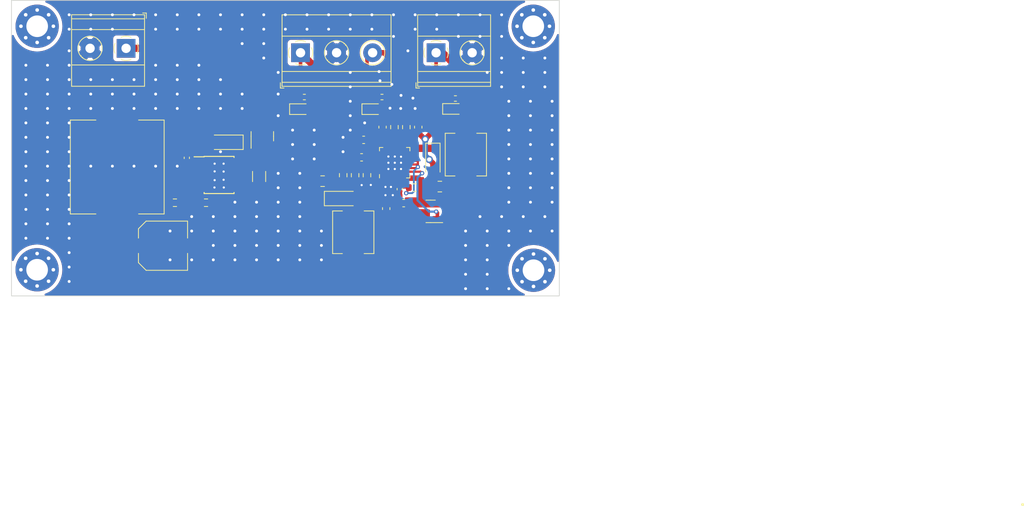
<source format=kicad_pcb>
(kicad_pcb (version 20221018) (generator pcbnew)
  (layers (0 "F.Cu" signal) (31 "B.Cu" signal) (34 "B.Paste" user) (35 "F.Paste" user) (36 "B.SilkS" user "B.Silkscreen") (37 "F.SilkS" user "F.Silkscreen") (38 "B.Mask" user) (39 "F.Mask" user) (44 "Edge.Cuts" user))
  (net 0 "")
  (net 1 "Net-(Q1-S)")
  (net 2 "GND")
  (net 3 "Net-(U1-BOOT)")
  (net 4 "/PH")
  (net 5 "+5V")
  (net 6 "Net-(U2-ENN)")
  (net 7 "+12V")
  (net 8 "FB_POS")
  (net 9 "Net-(U2-CP)")
  (net 10 "Net-(U2-CN)")
  (net 11 "-12V")
  (net 12 "Net-(U2-FBN)")
  (net 13 "Net-(U2-VREF)")
  (net 14 "Net-(D4-A)")
  (net 15 "Net-(D5-A)")
  (net 16 "Net-(D6-A)")
  (net 17 "VIN")
  (net 18 "Net-(Q2-G)")
  (net 19 "FB")
  (net 25 "/INP")
  (net 26 "/OUTN")
  (net 27 "/L2")
  (footprint "TerminalBlock_Phoenix:TerminalBlock_Phoenix_MKDS-1,5-3_1x03_P5.00mm_Horizontal" (layer "F.Cu") (at 76.1022 69.266)
    (fp_text reference "J2" hide)
    (fp_text value "Screw_Terminal_01x03")
  )
  (footprint "Resistor_SMD:R_0402_1005Metric" (layer "F.Cu") (at 76.6318 75.4126)
    (fp_text reference "R9" hide)
    (fp_text value "4.7k")
  )
  (footprint "Resistor_SMD:R_0603_1608Metric" (layer "F.Cu") (at 62.992 90.071)
    (fp_text reference "R2" hide)
    (fp_text value "3.3k")
  )
  (footprint "Inductor_SMD:L_Sunlord_SWRB1204S" (layer "F.Cu") (at 50.673 85.118 -90)
    (fp_text reference "L1" hide)
    (fp_text value "47uH")
  )
  (footprint "Inductor_SMD:L_Sunlord_MWSA0518S" (layer "F.Cu") (at 83.4169 94.1748 90)
    (fp_text reference "L2" hide)
    (fp_text value "10uH")
  )
  (footprint "LED_SMD:LED_0603_1608Metric" (layer "F.Cu") (at 86.106 77.089)
    (fp_text reference "D6" hide)
    (fp_text value "RED")
  )
  (footprint "Resistor_SMD:R_0603_1608Metric" (layer "F.Cu") (at 89.1319 79.5878 -90)
    (fp_text reference "R7" hide)
    (fp_text value "100k")
  )
  (footprint "Capacitor_SMD:C_0603_1608Metric" (layer "F.Cu") (at 87.4809 79.5878 90)
    (fp_text reference "C13" hide)
    (fp_text value "220n")
  )
  (footprint "Package_TO_SOT_SMD:SOT-23" (layer "F.Cu") (at 94.1509 91.2774 180)
    (fp_text reference "Q2" hide)
    (fp_text value "AO3401A")
  )
  (footprint "LED_SMD:LED_0603_1608Metric" (layer "F.Cu") (at 97.3074 77.0636)
    (fp_text reference "D4" hide)
    (fp_text value "YELLOW")
  )
  (footprint "Capacitor_SMD:C_1206_3216Metric" (layer "F.Cu") (at 70.358 86.437 -90)
    (fp_text reference "C1" hide)
    (fp_text value "10u")
  )
  (footprint "Diode_SMD:D_SOD-123" (layer "F.Cu") (at 94.4659 84.1756 -90)
    (fp_text reference "D3" hide)
    (fp_text value "1N5819WS")
  )
  (footprint "Capacitor_SMD:C_0402_1005Metric" (layer "F.Cu") (at 89.8652 88.1888 -90)
    (fp_text reference "C6" hide)
    (fp_text value "100n")
  )
  (footprint "Resistor_SMD:R_0603_1608Metric" (layer "F.Cu") (at 85.3219 86.2558 -90)
    (fp_text reference "R5" hide)
    (fp_text value "110k")
  )
  (footprint "Resistor_SMD:R_0603_1608Metric" (layer "F.Cu") (at 83.6709 86.2558 90)
    (fp_text reference "R4" hide)
    (fp_text value "1M")
  )
  (footprint "Capacitor_SMD:C_0603_1608Metric" (layer "F.Cu") (at 87.9889 90.8908 90)
    (fp_text reference "C4" hide)
    (fp_text value "4.7uF")
  )
  (footprint "Capacitor_SMD:C_0603_1608Metric" (layer "F.Cu") (at 90.4149 90.1288 180)
    (fp_text reference "C5" hide)
    (fp_text value "4.7uF")
  )
  (footprint "Resistor_SMD:R_0603_1608Metric" (layer "F.Cu") (at 82.0199 86.2548 90)
    (fp_text reference "C7" hide)
    (fp_text value "6.8p")
  )
  (footprint "TerminalBlock_Phoenix:TerminalBlock_Phoenix_MKDS-1,5-2_1x02_P5.00mm_Horizontal" (layer "F.Cu") (at 51.903 68.656 180)
    (fp_text reference "J1" hide)
    (fp_text value "Screw_Terminal_01x02")
  )
  (footprint "Diode_SMD:D_SOD-123" (layer "F.Cu") (at 65.786 81.689 180)
    (fp_text reference "D1" hide)
    (fp_text value "B5819W")
  )
  (footprint "Capacitor_SMD:C_0402_1005Metric" (layer "F.Cu") (at 60.325 83.848 90)
    (fp_text reference "C2" hide)
    (fp_text value "10n")
  )
  (footprint "TerminalBlock_Phoenix:TerminalBlock_Phoenix_MKDS-1,5-2_1x02_P5.00mm_Horizontal" (layer "F.Cu") (at 94.912219 69.266)
    (fp_text reference "J3" hide)
    (fp_text value "Screw_Terminal_01x02")
  )
  (footprint "MountingHole:MountingHole_3mm_Pad_Via" (layer "F.Cu") (at 39.56399 65.59201)
    (fp_text reference "H1" hide)
    (fp_text value "MountingHole")
  )
  (footprint "Capacitor_SMD:C_0603_1608Metric" (layer "F.Cu") (at 92.4339 79.5878 -90)
    (fp_text reference "C12" hide)
    (fp_text value "8.2pF")
  )
  (footprint "Capacitor_SMD:C_0603_1608Metric" (layer "F.Cu") (at 84.5729 83.7788 180)
    (fp_text reference "C9" hide)
    (fp_text value "10n")
  )
  (footprint "Package_TO_SOT_SMD:SOT-23" (layer "F.Cu") (at 70.805 80.8505 90)
    (fp_text reference "Q1" hide)
    (fp_text value "AO3401A")
  )
  (footprint "LED_SMD:LED_0603_1608Metric" (layer "F.Cu") (at 76.073 77.089)
    (fp_text reference "D5" hide)
    (fp_text value "GREEN")
  )
  (footprint "Resistor_SMD:R_0402_1005Metric" (layer "F.Cu") (at 87.4014 75.4126 180)
    (fp_text reference "R10" hide)
    (fp_text value "5.1k")
  )
  (footprint "Package_DFN_QFN:QFN-24-1EP_4x4mm_P0.5mm_EP2.6x2.6mm" (layer "F.Cu") (at 89.1644 84.5208 90)
    (fp_text reference "U2" hide)
    (fp_text value "TPS65131RGER")
  )
  (footprint "Resistor_SMD:R_0603_1608Metric" (layer "F.Cu") (at 58.674 90.071)
    (fp_text reference "R1" hide)
    (fp_text value "10k")
  )
  (footprint "Package_SO:TI_SO-PowerPAD-8_ThermalVias" (layer "F.Cu") (at 64.805 86.226)
    (fp_text reference "U1" hide)
    (fp_text value "TPS5430DDA")
  )
  (footprint "Diode_SMD:D_SOD-123" (layer "F.Cu") (at 81.7649 89.4938)
    (fp_text reference "D2" hide)
    (fp_text value "1N5819WS")
  )
  (footprint "Inductor_SMD:L_Sunlord_MWSA0518S" (layer "F.Cu") (at 99.0379 83.3978 -90)
    (fp_text reference "L3" hide)
    (fp_text value "10uH")
  )
  (footprint "MountingHole:MountingHole_3mm_Pad_Via" (layer "F.Cu") (at 39.55701 99.37401)
    (fp_text reference "H4" hide)
    (fp_text value "MountingHole")
  )
  (footprint "Resistor_SMD:R_0603_1608Metric" (layer "F.Cu") (at 90.7829 79.5878 -90)
    (fp_text reference "R6" hide)
    (fp_text value "1M")
  )
  (footprint "Resistor_SMD:R_0402_1005Metric" (layer "F.Cu") (at 97.5868 75.6158)
    (fp_text reference "R8" hide)
    (fp_text value "1.5k")
  )
  (footprint "Capacitor_SMD:C_0603_1608Metric" (layer "F.Cu") (at 84.8614 81.3562 180)
    (fp_text reference "C10" hide)
    (fp_text value "4.7nF")
  )
  (footprint "Capacitor_SMD:C_0805_2012Metric" (layer "F.Cu") (at 95.4278 87.8332)
    (fp_text reference "C11" hide)
    (fp_text value "22uF")
  )
  (footprint "Capacitor_SMD:C_Elec_6.3x7.7" (layer "F.Cu") (at 57.023 96.04)
    (fp_text reference "C3" hide)
    (fp_text value "220u")
  )
  (footprint "MountingHole:MountingHole_3mm_Pad_Via" (layer "F.Cu") (at 108.39101 65.59201)
    (fp_text reference "H2" hide)
    (fp_text value "MountingHole")
  )
  (footprint "MountingHole:MountingHole_3mm_Pad_Via" (layer "F.Cu") (at 108.422 99.441)
    (fp_text reference "H3" hide)
    (fp_text value "MountingHole")
  )
  (footprint "Resistor_SMD:R_0603_1608Metric" (layer "F.Cu") (at 91.948 87.9698 180)
    (fp_text reference "R3" hide)
    (fp_text value "100")
  )
  (footprint "Capacitor_SMD:C_0805_2012Metric" (layer "F.Cu") (at 79.1649 87.0808 180)
    (fp_text reference "C8" hide)
    (fp_text value "22uF")
  )
  (gr_circle (center 176.276 131.953) (end 176.403 131.953) (stroke (width 0.15)) (fill solid) (layer "F.SilkS"))
  (gr_rect (start 36 62) (end 112 103) (stroke (width 0.1)) (fill none) (layer "Edge.Cuts"))
  (segment (start 68.46 85.591) (end 69.089 84.962) (width 0.5) (layer "F.Cu") (net 1))
  (segment (start 71.755 84.328) (end 71.121 84.962) (width 0.75) (layer "F.Cu") (net 1))
  (segment (start 67.505 85.591) (end 68.46 85.591) (width 0.5) (layer "F.Cu") (net 1))
  (segment (start 69.089 84.962) (end 70.358 84.962) (width 0.5) (layer "F.Cu") (net 1))
  (segment (start 71.121 84.962) (end 70.358 84.962) (width 0.75) (layer "F.Cu") (net 1))
  (segment (start 71.755 81.788) (end 71.755 84.328) (width 0.75) (layer "F.Cu") (net 1))
  (segment (start 85.1312 87.0808) (end 84.582 87.63) (width 0.5) (layer "F.Cu") (net 2))
  (segment (start 69.208 86.861) (end 70.259 87.912) (width 0.5) (layer "F.Cu") (net 2))
  (segment (start 85.3219 87.0808) (end 85.1312 87.0808) (width 0.5) (layer "F.Cu") (net 2))
  (segment (start 67.505 86.861) (end 69.208 86.861) (width 0.5) (layer "F.Cu") (net 2))
  (segment (start 85.852 87.6109) (end 85.3219 87.0808) (width 0.5) (layer "F.Cu") (net 2))
  (segment (start 87.2269 83.2708) (end 87.2269 82.6549) (width 0.3) (layer "F.Cu") (net 2))
  (segment (start 67.505 86.861) (end 65.44 86.861) (width 0.75) (layer "F.Cu") (net 2))
  (segment (start 70.259 87.912) (end 70.358 87.912) (width 0.5) (layer "F.Cu") (net 2))
  (segment (start 65.4304 86.8934) (end 64.9224 87.1474) (width 0.5) (layer "F.Cu") (net 2))
  (segment (start 65.44 86.861) (end 64.805 86.226) (width 0.75) (layer "F.Cu") (net 2))
  (segment (start 87.2269 82.6549) (end 86.995 82.423) (width 0.3) (layer "F.Cu") (net 2))
  (segment (start 65.47 86.861) (end 65.4304 86.8934) (width 0.5) (layer "F.Cu") (net 2))
  (segment (start 64.9224 87.1474) (end 65.405 86.926) (width 0.5) (layer "F.Cu") (net 2))
  (segment (start 65.8114 87.2236) (end 65.47 86.861) (width 0.5) (layer "F.Cu") (net 2))
  (via (at 101 64) (size 0.8) (drill 0.4) (layers "F.Cu" "B.Cu") (net 2))
  (via (at 76 96) (size 0.8) (drill 0.4) (layers "F.Cu" "B.Cu") (net 2))
  (via (at 78 82) (size 0.8) (drill 0.4) (layers "F.Cu" "B.Cu") (net 2))
  (via (at 83 74) (size 0.8) (drill 0.4) (layers "F.Cu" "B.Cu") (net 2))
  (via (at 89.1794 84.5312) (size 0.6) (drill 0.3) (layers "F.Cu" "B.Cu") (net 2))
  (via (at 91 69) (size 0.8) (drill 0.4) (layers "F.Cu" "B.Cu") (net 2))
  (via (at 44 101) (size 0.8) (drill 0.4) (layers "F.Cu" "B.Cu") (net 2))
  (via (at 76 88) (size 0.8) (drill 0.4) (layers "F.Cu" "B.Cu") (net 2))
  (via (at 73 88) (size 0.8) (drill 0.4) (layers "F.Cu" "B.Cu") (net 2))
  (via (at 59 85) (size 0.8) (drill 0.4) (layers "F.Cu" "B.Cu") (net 2))
  (via (at 65 66) (size 0.8) (drill 0.4) (layers "F.Cu" "B.Cu") (net 2))
  (via (at 53 64) (size 0.8) (drill 0.4) (layers "F.Cu" "B.Cu") (net 2))
  (via (at 102 100) (size 0.8) (drill 0.4) (layers "F.Cu" "B.Cu") (net 2))
  (via (at 38 85) (size 0.8) (drill 0.4) (layers "F.Cu" "B.Cu") (net 2))
  (via (at 90 77) (size 0.8) (drill 0.4) (layers "F.Cu" "B.Cu") (net 2))
  (via (at 47 73) (size 0.8) (drill 0.4) (layers "F.Cu" "B.Cu") (net 2))
  (via (at 71 68) (size 0.8) (drill 0.4) (layers "F.Cu" "B.Cu") (net 2))
  (via (at 53 73) (size 0.8) (drill 0.4) (layers "F.Cu" "B.Cu") (net 2))
  (via (at 44 81) (size 0.8) (drill 0.4) (layers "F.Cu" "B.Cu") (net 2))
  (via (at 90.043 83.693) (size 0.6) (drill 0.3) (layers "F.Cu" "B.Cu") (net 2))
  (via (at 73 72) (size 0.8) (drill 0.4) (layers "F.Cu" "B.Cu") (net 2))
  (via (at 101 67) (size 0.8) (drill 0.4) (layers "F.Cu" "B.Cu") (net 2))
  (via (at 79 94) (size 0.8) (drill 0.4) (layers "F.Cu" "B.Cu") (net 2))
  (via (at 104 67) (size 0.8) (drill 0.4) (layers "F.Cu" "B.Cu") (net 2))
  (via (at 77 64) (size 0.8) (drill 0.4) (layers "F.Cu" "B.Cu") (net 2))
  (via (at 111 88) (size 0.8) (drill 0.4) (layers "F.Cu" "B.Cu") (net 2))
  (via (at 111 80) (size 0.8) (drill 0.4) (layers "F.Cu" "B.Cu") (net 2))
  (via (at 65 75) (size 0.8) (drill 0.4) (layers "F.Cu" "B.Cu") (net 2))
  (via (at 44 73) (size 0.8) (drill 0.4) (layers "F.Cu" "B.Cu") (net 2))
  (via (at 71 64) (size 0.8) (drill 0.4) (layers "F.Cu" "B.Cu") (net 2))
  (via (at 56 75) (size 0.8) (drill 0.4) (layers "F.Cu" "B.Cu") (net 2))
  (via (at 70 96) (size 0.8) (drill 0.4) (layers "F.Cu" "B.Cu") (net 2))
  (via (at 107 70) (size 0.8) (drill 0.4) (layers "F.Cu" "B.Cu") (net 2))
  (via (at 90.043 84.5312) (size 0.6) (drill 0.3) (layers "F.Cu" "B.Cu") (net 2))
  (via (at 41 83) (size 0.8) (drill 0.4) (layers "F.Cu" "B.Cu") (net 2))
  (via (at 73 90) (size 0.8) (drill 0.4) (layers "F.Cu" "B.Cu") (net 2))
  (via (at 67 96) (size 0.8) (drill 0.4) (layers "F.Cu" "B.Cu") (net 2))
  (via (at 95 64) (size 0.8) (drill 0.4) (layers "F.Cu" "B.Cu") (net 2))
  (via (at 76 90) (size 0.8) (drill 0.4) (layers "F.Cu" "B.Cu") (net 2))
  (via (at 70 98) (size 0.8) (drill 0.4) (layers "F.Cu" "B.Cu") (net 2))
  (via (at 111 76) (size 0.8) (drill 0.4) (layers "F.Cu" "B.Cu") (net 2))
  (via (at 79 98) (size 0.8) (drill 0.4) (layers "F.Cu" "B.Cu") (net 2))
  (via (at 41 73) (size 0.8) (drill 0.4) (layers "F.Cu" "B.Cu") (net 2))
  (via (at 44 91) (size 0.8) (drill 0.4) (layers "F.Cu" "B.Cu") (net 2))
  (via (at 47 64) (size 0.8) (drill 0.4) (layers "F.Cu" "B.Cu") (net 2))
  (via (at 108 84) (size 0.8) (drill 0.4) (layers "F.Cu" "B.Cu") (net 2))
  (via (at 41 75) (size 0.8) (drill 0.4) (layers "F.Cu" "B.Cu") (net 2))
  (via (at 104 74) (size 0.8) (drill 0.4) (layers "F.Cu" "B.Cu") (net 2))
  (via (at 102 96) (size 0.8) (drill 0.4) (layers "F.Cu" "B.Cu") (net 2))
  (via (at 62 77) (size 0.8) (drill 0.4) (layers "F.Cu" "B.Cu") (net 2))
  (via (at 41 81) (size 0.8) (drill 0.4) (layers "F.Cu" "B.Cu") (net 2))
  (via (at 108 76) (size 0.8) (drill 0.4) (layers "F.Cu" "B.Cu") (net 2))
  (via (at 102 72) (size 0.8) (drill 0.4) (layers "F.Cu" "B.Cu") (net 2))
  (via (at 59 66) (size 0.8) (drill 0.4) (layers "F.Cu" "B.Cu") (net 2))
  (via (at 64 94) (size 0.8) (drill 0.4) (layers "F.Cu" "B.Cu") (net 2))
  (via (at 44 87) (size 0.8) (drill 0.4) (layers "F.Cu" "B.Cu") (net 2))
  (via (at 44 89) (size 0.8) (drill 0.4) (layers "F.Cu" "B.Cu") (net 2))
  (via (at 90.043 85.3948) (size 0.6) (drill 0.3) (layers "F.Cu" "B.Cu") (net 2))
  (via (at 65 83) (size 0.8) (drill 0.4) (layers "F.Cu" "B.Cu") (net 2))
  (via (at 59 73) (size 0.8) (drill 0.4) (layers "F.Cu" "B.Cu") (net 2))
  (via (at 88.2904 85.3948) (size 0.6) (drill 0.3) (layers "F.Cu" "B.Cu") (net 2))
  (via (at 62 75) (size 0.8) (drill 0.4) (layers "F.Cu" "B.Cu") (net 2))
  (via (at 89 67) (size 0.8) (drill 0.4) (layers "F.Cu" "B.Cu") (net 2))
  (via (at 68 66) (size 0.8) (drill 0.4) (layers "F.Cu" "B.Cu") (net 2))
  (via (at 86 66) (size 0.8) (drill 0.4) (layers "F.Cu" "B.Cu") (net 2))
  (via (at 50 64) (size 0.8) (drill 0.4) (layers "F.Cu" "B.Cu") (net 2))
  (via (at 38 89) (size 0.8) (drill 0.4) (layers "F.Cu" "B.Cu") (net 2))
  (via (at 71 66) (size 0.8) (drill 0.4) (layers "F.Cu" "B.Cu") (net 2))
  (via (at 38 75) (size 0.8) (drill 0.4) (layers "F.Cu" "B.Cu") (net 2))
  (via (at 59 75) (size 0.8) (drill 0.4) (layers "F.Cu" "B.Cu") (net 2))
  (via (at 61 98) (size 0.8) (drill 0.4) (layers "F.Cu" "B.Cu") (net 2))
  (via (at 41 87) (size 0.8) (drill 0.4) (layers "F.Cu" "B.Cu") (net 2))
  (via (at 64 92) (size 0.8) (drill 0.4) (layers "F.Cu" "B.Cu") (net 2))
  (via (at 99 94) (size 0.8) (drill 0.4) (layers "F.Cu" "B.Cu") (net 2))
  (via (at 56 77) (size 0.8) (drill 0.4) (layers "F.Cu" "B.Cu") (net 2))
  (via (at 73 94) (size 0.8) (drill 0.4) (layers "F.Cu" "B.Cu") (net 2))
  (via (at 44 77) (size 0.8) (drill 0.4) (layers "F.Cu" "B.Cu") (net 2))
  (via (at 65.4558 87.9602) (size 0.6) (drill 0.3) (layers "F.Cu" "B.Cu") (net 2))
  (via (at 75 84) (size 0.8) (drill 0.4) (layers "F.Cu" "B.Cu") (net 2))
  (via (at 88.2904 84.5312) (size 0.6) (drill 0.3) (layers "F.Cu" "B.Cu") (net 2))
  (via (at 88.9 89.027) (size 0.6) (drill 0.3) (layers "F.Cu" "B.Cu") (net 2))
  (via (at 88.519 76.962) (size 0.8) (drill 0.4) (layers "F.Cu" "B.Cu") (net 2))
  (via (at 41 79) (size 0.8) (drill 0.4) (layers "F.Cu" "B.Cu") (net 2))
  (via (at 78 84) (size 0.8) (drill 0.4) (layers "F.Cu" "B.Cu") (net 2))
  (via (at 41 71) (size 0.8) (drill 0.4) (layers "F.Cu" "B.Cu") (net 2))
  (via (at 105 80) (size 0.8) (drill 0.4) (layers "F.Cu" "B.Cu") (net 2))
  (via (at 104 70) (size 0.8) (drill 0.4) (layers "F.Cu" "B.Cu") (net 2))
  (via (at 82 83) (size 0.8) (drill 0.4) (layers "F.Cu" "B.Cu") (net 2))
  (via (at 92 66) (size 0.8) (drill 0.4) (layers "F.Cu" "B.Cu") (net 2))
  (via (at 50 85) (size 0.8) (drill 0.4) (layers "F.Cu" "B.Cu") (net 2))
  (via (at 38 93) (size 0.8) (drill 0.4) (layers "F.Cu" "B.Cu") (net 2))
  (via (at 92 64) (size 0.8) (drill 0.4) (layers "F.Cu" "B.Cu") (net 2))
  (via (at 41 85) (size 0.8) (drill 0.4) (layers "F.Cu" "B.Cu") (net 2))
  (via (at 83 78) (size 0.8) (drill 0.4) (layers "F.Cu" "B.Cu") (net 2))
  (via (at 88.773 73.66) (size 0.8) (drill 0.4) (layers "F.Cu" "B.Cu") (net 2))
  (via (at 80 66) (size 0.8) (drill 0.4) (layers "F.Cu" "B.Cu") (net 2))
  (via (at 85 79) (size 0.8) (drill 0.4) (layers "F.Cu" "B.Cu") (net 2))
  (via (at 101 92) (size 0.8) (drill 0.4) (layers "F.Cu" "B.Cu") (net 2))
  (via (at 104 92) (size 0.8) (drill 0.4) (layers "F.Cu" "B.Cu") (net 2))
  (via (at 44 83) (size 0.8) (drill 0.4) (layers "F.Cu" "B.Cu") (net 2))
  (via (at 59 71) (size 0.8) (drill 0.4) (layers "F.Cu" "B.Cu") (net 2))
  (via (at 58 94) (size 0.8) (drill 0.4) (layers "F.Cu" "B.Cu") (net 2))
  (via (at 105 88) (size 0.8) (drill 0.4) (layers "F.Cu" "B.Cu") (net 2))
  (via (at 64 96) (size 0.8) (drill 0.4) (layers "F.Cu" "B.Cu") (net 2))
  (via (at 111 84) (size 0.8) (drill 0.4) (layers "F.Cu" "B.Cu") (net 2))
  (via (at 98 64) (size 0.8) (drill 0.4) (layers "F.Cu" "B.Cu") (net 2))
  (via (at 73 86) (size 0.8) (drill 0.4) (layers "F.Cu" "B.Cu") (net 2))
  (via (at 65 64) (size 0.8) (drill 0.4) (layers "F.Cu" "B.Cu") (net 2))
  (via (at 83 76) (size 0.8) (drill 0.4) (layers "F.Cu" "B.Cu") (net 2))
  (via (at 76 92) (size 0.8) (drill 0.4) (layers "F.Cu" "B.Cu") (net 2))
  (via (at 110 92) (size 0.8) (drill 0.4) (layers "F.Cu" "B.Cu") (net 2))
  (via (at 44 75) (size 0.8) (drill 0.4) (layers "F.Cu" "B.Cu") (net 2))
  (via (at 110 74) (size 0.8) (drill 0.4) (layers "F.Cu" "B.Cu") (net 2))
  (via (at 62 73) (size 0.8) (drill 0.4) (layers "F.Cu" "B.Cu") (net 2))
  (via (at 78 80) (size 0.8) (drill 0.4) (layers "F.Cu" "B.Cu") (net 2))
  (via (at 111 94) (size 0.8) (drill 0.4) (layers "F.Cu" "B.Cu") (net 2))
  (via (at 86.995 71.882) (size 0.8) (drill 0.4) (layers "F.Cu" "B.Cu") (net 2))
  (via (at 74 66) (size 0.8) (drill 0.4) (layers "F.Cu" "B.Cu") (net 2))
  (via (at 105 96) (size 0.8) (drill 0.4) (layers "F.Cu" "B.Cu") (net 2))
  (via (at 105 90) (size 0.8) (drill 0.4) (layers "F.Cu" "B.Cu") (net 2))
  (via (at 105 86) (size 0.8) (drill 0.4) (layers "F.Cu" "B.Cu") (net 2))
  (via (at 111 86) (size 0.8) (drill 0.4) (layers "F.Cu" "B.Cu") (net 2))
  (via (at 105 94) (size 0.8) (drill 0.4) (layers "F.Cu" "B.Cu") (net 2))
  (via (at 108 94) (size 0.8) (drill 0.4) (layers "F.Cu" "B.Cu") (net 2))
  (via (at 38 95) (size 0.8) (drill 0.4) (layers "F.Cu" "B.Cu") (net 2))
  (via (at 56 73) (size 0.8) (drill 0.4) (layers "F.Cu" "B.Cu") (net 2))
  (via (at 61 92) (size 0.8) (drill 0.4) (layers "F.Cu" "B.Cu") (net 2))
  (via (at 65.4304 84.6582) (size 0.6) (drill 0.3) (layers "F.Cu" "B.Cu") (net 2))
  (via (at 65 77) (size 0.8) (drill 0.4) (layers "F.Cu" "B.Cu") (net 2))
  (via (at 56 71) (size 0.8) (drill 0.4) (layers "F.Cu" "B.Cu") (net 2))
  (via (at 105 82) (size 0.8) (drill 0.4) (layers "F.Cu" "B.Cu") (net 2))
  (via (at 61 94) (size 0.8) (drill 0.4) (layers "F.Cu" "B.Cu") (net 2))
  (via (at 70 94) (size 0.8) (drill 0.4) (layers "F.Cu" "B.Cu") (net 2))
  (via (at 107 74) (size 0.8) (drill 0.4) (layers "F.Cu" "B.Cu") (net 2))
  (via (at 75 80) (size 0.8) (drill 0.4) (layers "F.Cu" "B.Cu") (net 2))
  (via (at 62 66) (size 0.8) (drill 0.4) (layers "F.Cu" "B.Cu") (net 2))
  (via (at 44 95) (size 0.8) (drill 0.4) (layers "F.Cu" "B.Cu") (net 2))
  (via (at 110 70) (size 0.8) (drill 0.4) (layers "F.Cu" "B.Cu") (net 2))
  (via (at 41 91) (size 0.8) (drill 0.4) (layers "F.Cu" "B.Cu") (net 2))
  (via (at 44 79) (size 0.8) (drill 0.4) (layers "F.Cu" "B.Cu") (net 2))
  (via (at 44 85) (size 0.8) (drill 0.4) (layers "F.Cu" "B.Cu") (net 2))
  (via (at 76 98) (size 0.8) (drill 0.4) (layers "F.Cu" "B.Cu") (net 2))
  (via (at 64.1858 85.725) (size 0.6) (drill 0.3) (layers "F.Cu" "B.Cu") (net 2))
  (via (at 102 94) (size 0.8) (drill 0.4) (layers "F.Cu" "B.Cu") (net 2))
  (via (at 41 93) (size 0.8) (drill 0.4) (layers "F.Cu" "B.Cu") (net 2))
  (via (at 82 81) (size 0.8) (drill 0.4) (layers "F.Cu" "B.Cu") (net 2))
  (via (at 73 98) (size 0.8) (drill 0.4) (layers "F.Cu" "B.Cu") (net 2))
  (via (at 68 75) (size 0.8) (drill 0.4) (layers "F.Cu" "B.Cu") (net 2))
  (via (at 38 71) (size 0.8) (drill 0.4) (layers "F.Cu" "B.Cu") (net 2))
  (via (at 99 100) (size 0.8) (drill 0.4) (layers "F.Cu" "B.Cu") (net 2))
  (via (at 92 77) (size 0.8) (drill 0.4) (layers "F.Cu" "B.Cu") (net 2))
  (via (at 85.852 87.6109) (size 0.6) (drill 0.3) (layers "F.Cu" "B.Cu") (net 2))
  (via (at 77 66) (size 0.8) (drill 0.4) (layers "F.Cu" "B.Cu") (net 2))
  (via (at 99 102) (size 0.8) (drill 0.4) (layers "F.Cu" "B.Cu") (net 2))
  (via (at 65.4304 86.8934) (size 0.6) (drill 0.3) (layers "F.Cu" "B.Cu") (net 2))
  (via (at 44 71) (size 0.8) (drill 0.4) (layers "F.Cu" "B.Cu") (net 2))
  (via (at 83 72) (size 0.8) (drill 0.4) (layers "F.Cu" "B.Cu") (net 2))
  (via (at 111 82) (size 0.8) (drill 0.4) (layers "F.Cu" "B.Cu") (net 2))
  (via (at 88.2904 83.6676) (size 0.6) (drill 0.3) (layers "F.Cu" "B.Cu") (net 2))
  (via (at 67 94) (size 0.8) (drill 0.4) (layers "F.Cu" "B.Cu") (net 2))
  (via (at 38 87) (size 0.8) (drill 0.4) (layers "F.Cu" "B.Cu") (net 2))
  (via (at 76 86) (size 0.8) (drill 0.4) (layers "F.Cu" "B.Cu") (net 2))
  (via (at 53 85) (size 0.8) (drill 0.4) (layers "F.Cu" "B.Cu") (net 2))
  (via (at 47 66) (size 0.8) (drill 0.4) (layers "F.Cu" "B.Cu") (net 2))
  (via (at 91.694 75.565) (size 0.8) (drill 0.4) (layers "F.Cu" "B.Cu") (net 2))
  (via (at 83 64) (size 0.8) (drill 0.4) (layers "F.Cu" "B.Cu") (net 2))
  (via (at 56 66) (size 0.8) (drill 0.4) (layers "F.Cu" "B.Cu") (net 2))
  (via (at 87.884 89.027) (size 0.6) (drill 0.3) (layers "F.Cu" "B.Cu") (net 2))
  (via (at 99 98) (size 0.8) (drill 0.4) (layers "F.Cu" "B.Cu") (net 2))
  (via (at 56 85) (size 0.8) (drill 0.4) (layers "F.Cu" "B.Cu") (net 2))
  (via (at 73 92) (size 0.8) (drill 0.4) (layers "F.Cu" "B.Cu") (net 2))
  (via (at 65 73) (size 0.8) (drill 0.4) (layers "F.Cu" "B.Cu") (net 2))
  (via (at 89.1794 83.6676) (size 0.6) (drill 0.3) (layers "F.Cu" "B.Cu") (net 2))
  (via (at 47 75) (size 0.8) (drill 0.4) (layers "F.Cu" "B.Cu") (net 2))
  (via (at 44 93) (size 0.8) (drill 0.4) (layers "F.Cu" "B.Cu") (net 2))
  (via (at 38 91) (size 0.8) (drill 0.4) (layers "F.Cu" "B.Cu") (net 2))
  (via (at 70 90) (size 0.8) (drill 0.4) (layers "F.Cu" "B.Cu") (net 2))
  (via (at 87.122 73.152) (size 0.8) (drill 0.4) (layers "F.Cu" "B.Cu") (net 2))
  (via (at 67 92) (size 0.8) (drill 0.4) (layers "F.Cu" "B.Cu") (net 2))
  (via (at 111 90) (size 0.8) (drill 0.4) (layers "F.Cu" "B.Cu") (net 2))
  (via (at 68 68) (size 0.8) (drill 0.4) (layers "F.Cu" "B.Cu") (net 2))
  (via (at 102 102) (size 0.8) (drill 0.4) (layers "F.Cu" "B.Cu") (net 2))
  (via (at 64.1604 87.9602) (size 0.6) (drill 0.3) (layers "F.Cu" "B.Cu") (net 2))
  (via (at 71 70) (size 0.8) (drill 0.4) (layers "F.Cu" "B.Cu") (net 2))
  (via (at 44 64) (size 0.8) (drill 0.4) (layers "F.Cu" "B.Cu") (net 2))
  (via (at 59 77) (size 0.8) (drill 0.4) (layers "F.Cu" "B.Cu") (net 2))
  (via (at 98 67) (size 0.8) (drill 0.4) (layers "F.Cu" "B.Cu") (net 2))
  (via (at 107 92) (size 0.8) (drill 0.4) (layers "F.Cu" "B.Cu") (net 2))
  (via (at 99 96) (size 0.8) (drill 0.4) (layers "F.Cu" "B.Cu") (net 2))
  (via (at 95 66) (size 0.8) (drill 0.4) (layers "F.Cu" "B.Cu") (net 2))
  (via (at 47 77) (size 0.8) (drill 0.4) (layers "F.Cu" "B.Cu") (net 2))
  (via (at 67 98) (size 0.8) (drill 0.4) (layers "F.Cu" "B.Cu") (net 2))
  (via (at 67 90) (size 0.8) (drill 0.4) (layers "F.Cu" "B.Cu") (net 2))
  (via (at 84.582 87.63) (size 0.6) (drill 0.3) (layers "F.Cu" "B.Cu") (net 2))
  (via (at 76 94) (size 0.8) (drill 0.4) (layers "F.Cu" "B.Cu") (net 2))
  (via (at 53 75) (size 0.8) (drill 0.4) (layers "F.Cu" "B.Cu") (net 2))
  (via (at 83 66) (size 0.8) (drill 0.4) (layers "F.Cu" "B.Cu") (net 2))
  (via (at 50 73) (size 0.8) (drill 0.4) (layers "F.Cu" "B.Cu") (net 2))
  (via (at 108 82) (size 0.8) (drill 0.4) (layers "F.Cu" "B.Cu") (net 2))
  (via (at 38 83) (size 0.8) (drill 0.4) (layers "F.Cu" "B.Cu") (net 2))
  (via (at 50 77) (size 0.8) (drill 0.4) (layers "F.Cu" "B.Cu") (net 2))
  (via (at 107 72) (size 0.8) (drill 0.4) (layers "F.Cu" "B.Cu") (net 2))
  (via (at 73 75) (size 0.8) (drill 0.4) (layers "F.Cu" "B.Cu") (net 2))
  (via (at 44 66) (size 0.8) (drill 0.4) (layers "F.Cu" "B.Cu") (net 2))
  (via (at 75 82) (size 0.8) (drill 0.4) (layers "F.Cu" "B.Cu") (net 2))
  (via (at 90.043 75.184) (size 0.8) (drill 0.4) (layers "F.Cu" "B.Cu") (net 2))
  (via (at 38 79) (size 0.8) (drill 0.4) (layers "F.Cu" "B.Cu") (net 2))
  (via (at 64.1858 84.6582) (size 0.6) (drill 0.3) (layers "F.Cu" "B.Cu") (net 2))
  (via (at 105 78) (size 0.8) (drill 0.4) (layers "F.Cu" "B.Cu") (net 2))
  (via (at 41 89) (size 0.8) (drill 0.4) (layers "F.Cu" "B.Cu") (net 2))
  (via (at 105 102) (size 0.8) (drill 0.4) (layers "F.Cu" "B.Cu") (net 2))
  (via (at 38 77) (size 0.8) (drill 0.4) (layers "F.Cu" "B.Cu") (net 2))
  (via (at 68 77) (size 0.8) (drill 0.4) (layers "F.Cu" "B.Cu") (net 2))
  (via (at 58 98) (size 0.8) (drill 0.4) (layers "F.Cu" "B.Cu") (net 2))
  (via (at 38 81) (size 0.8) (drill 0.4) (layers "F.Cu" "B.Cu") (net 2))
  (via (at 105 84) (size 0.8) (drill 0.4) (layers "F.Cu" "B.Cu") (net 2))
  (via (at 108 78) (size 0.8) (drill 0.4) (layers "F.Cu" "B.Cu") (net 2))
  (via (at 44 97) (size 0.8) (drill 0.4) (layers "F.Cu" "B.Cu") (net 2))
  (via (at 89.1794 85.3948) (size 0.6) (drill 0.3) (layers "F.Cu" "B.Cu") (net 2))
  (via (at 59 64) (size 0.8) (drill 0.4) (layers "F.Cu" "B.Cu") (net 2))
  (via (at 73 96) (size 0.8) (drill 0.4) (layers "F.Cu" "B.Cu") (net 2))
  (via (at 88.646 87.884) (size 0.6) (drill 0.3) (layers "F.Cu" "B.Cu") (net 2))
  (via (at 70 92) (size 0.8) (drill 0.4) (layers "F.Cu" "B.Cu") (net 2))
  (via (at 62 64) (size 0.8) (drill 0.4) (layers "F.Cu" "B.Cu") (net 2))
  (via (at 83 80) (size 0.8) (drill 0.4) (layers "F.Cu" "B.Cu") (net 2))
  (via (at 38 73) (size 0.8) (drill 0.4) (layers "F.Cu" "B.Cu") (net 2))
  (via (at 105 76) (size 0.8) (drill 0.4) (layers "F.Cu" "B.Cu") (net 2))
  (via (at 41 77) (size 0.8) (drill 0.4) (layers "F.Cu" "B.Cu") (net 2))
  (via (at 108 88) (size 0.8) (drill 0.4) (layers "F.Cu" "B.Cu") (net 2))
  (via (at 68 64) (size 0.8) (drill 0.4) (layers "F.Cu" "B.Cu") (net 2))
  (via (at 41 95) (size 0.8) (drill 0.4) (layers "F.Cu" "B.Cu") (net 2))
  (via (at 73 78) (size 0.8) (drill 0.4) (layers "F.Cu" "B.Cu") (net 2))
  (via (at 111 78) (size 0.8) (drill 0.4) (layers "F.Cu" "B.Cu") (net 2))
  (via (at 64.1858 86.9442) (size 0.6) (drill 0.3) (layers "F.Cu" "B.Cu") (net 2))
  (via (at 104 64) (size 0.8) (drill 0.4) (layers "F.Cu" "B.Cu") (net 2))
  (via (at 89 64) (size 0.8) (drill 0.4) (layers "F.Cu" "B.Cu") (net 2))
  (via (at 74 64) (size 0.8) (drill 0.4) (layers "F.Cu" "B.Cu") (net 2))
  (via (at 47 85) (size 0.8) (drill 0.4) (layers "F.Cu" "B.Cu") (net 2))
  (via (at 62 71) (size 0.8) (drill 0.4) (layers "F.Cu" "B.Cu") (net 2))
  (via (at 79 96) (size 0.8) (drill 0.4) (layers "F.Cu" "B.Cu") (net 2))
  (via (at 65.4304 85.7504) (size 0.6) (drill 0.3) (layers "F.Cu" "B.Cu") (net 2))
  (via (at 64 98) (size 0.8) (drill 0.4) (layers "F.Cu" "B.Cu") (net 2))
  (via (at 108 80) (size 0.8) (drill 0.4) (layers "F.Cu" "B.Cu") (net 2))
  (via (at 110 72) (size 0.8) (drill 0.4) (layers "F.Cu" "B.Cu") (net 2))
  (via (at 50 66) (size 0.8) (drill 0.4) (layers "F.Cu" "B.Cu") (net 2))
  (via (at 87.884 87.884) (size 0.6) (drill 0.3) (layers "F.Cu" "B.Cu") (net 2))
  (via (at 44 99) (size 0.8) (drill 0.4) (layers "F.Cu" "B.Cu") (net 2))
  (via (at 104 72) (size 0.8) (drill 0.4) (layers "F.Cu" "B.Cu") (net 2))
  (via (at 108 86) (size 0.8) (drill 0.4) (layers "F.Cu" "B.Cu") (net 2))
  (via (at 56 64) (size 0.8) (drill 0.4) (layers "F.Cu" "B.Cu") (net 2))
  (via (at 102 98) (size 0.8) (drill 0.4) (layers "F.Cu" "B.Cu") (net 2))
  (via (at 108 90) (size 0.8) (drill 0.4) (layers "F.Cu" "B.Cu") (net 2))
  (via (at 44 69) (size 0.8) (drill 0.4) (layers "F.Cu" "B.Cu") (net 2))
  (via (at 53 77) (size 0.8) (drill 0.4) (layers "F.Cu" "B.Cu") (net 2))
  (via (at 50 75) (size 0.8) (drill 0.4) (layers "F.Cu" "B.Cu") (net 2))
  (via (at 86 64) (size 0.8) (drill 0.4) (layers "F.Cu" "B.Cu") (net 2))
  (via (at 80 64) (size 0.8) (drill 0.4) (layers "F.Cu" "B.Cu") (net 2))
  (segment (start 62.105 84.321) (end 60.332 84.321) (width 0.75) (layer "F.Cu") (net 3))
  (segment (start 60.332 84.321) (end 60.325 84.328) (width 0.75) (layer "F.Cu") (net 3))
  (segment (start 102.489 75.946) (end 102.489 88.519) (width 1) (layer "F.Cu") (net 5))
  (segment (start 95.809 69.266) (end 102.489 75.946) (width 1) (layer "F.Cu") (net 5))
  (segment (start 100.965 90.043) (end 100.838 90.17) (width 1) (layer "F.Cu") (net 5))
  (segment (start 102.489 88.519) (end 100.965 90.043) (width 1) (layer "F.Cu") (net 5))
  (segment (start 94.912219 69.266) (end 95.809 69.266) (width 1) (layer "F.Cu") (net 5))
  (segment (start 94.912219 69.266) (end 94.912219 73.451219) (width 0.5) (layer "F.Cu") (net 5))
  (segment (start 100.838 90.17) (end 96.901 90.17) (width 1) (layer "F.Cu") (net 5))
  (segment (start 94.912219 73.451219) (end 97.0768 75.6158) (width 0.5) (layer "F.Cu") (net 5))
  (segment (start 90.932 88.0358) (end 90.866 87.9698) (width 0.25) (layer "F.Cu") (net 6))
  (segment (start 92.3798 83.8708) (end 92.3798 84.2518) (width 0.3) (layer "F.Cu") (net 6))
  (segment (start 92.3798 84.7852) (end 92.3798 85.1154) (width 0.3) (layer "F.Cu") (net 6))
  (segment (start 92.3798 84.2518) (end 92.3798 84.7852) (width 0.3) (layer "F.Cu") (net 6))
  (segment (start 91.1019 84.7708) (end 92.3654 84.7708) (width 0.3) (layer "F.Cu") (net 6))
  (segment (start 89.8652 87.7088) (end 89.4144 87.258) (width 0.3) (layer "F.Cu") (net 6))
  (segment (start 92.3798 85.1154) (end 92.2244 85.2708) (width 0.3) (layer "F.Cu") (net 6))
  (segment (start 90.932 88.5698) (end 90.932 88.0358) (width 0.25) (layer "F.Cu") (net 6))
  (segment (start 91.1019 84.2708) (end 92.3608 84.2708) (width 0.3) (layer "F.Cu") (net 6))
  (segment (start 92.2798 83.7708) (end 92.3798 83.8708) (width 0.3) (layer "F.Cu") (net 6))
  (segment (start 90.7542 88.7476) (end 90.932 88.5698) (width 0.25) (layer "F.Cu") (net 6))
  (segment (start 92.3608 84.2708) (end 92.3798 84.2518) (width 0.3) (layer "F.Cu") (net 6))
  (segment (start 90.0964 87.7088) (end 89.8652 87.7088) (width 0.3) (layer "F.Cu") (net 6))
  (segment (start 91.1019 83.7708) (end 92.2798 83.7708) (width 0.3) (layer "F.Cu") (net 6))
  (segment (start 92.2244 85.2708) (end 91.1019 85.2708) (width 0.3) (layer "F.Cu") (net 6))
  (segment (start 92.3654 84.7708) (end 92.3798 84.7852) (width 0.3) (layer "F.Cu") (net 6))
  (segment (start 90.739 88.7324) (end 90.7542 88.7476) (width 0.25) (layer "F.Cu") (net 6))
  (segment (start 90.3574 87.9698) (end 90.0964 87.7088) (width 0.3) (layer "F.Cu") (net 6))
  (segment (start 90.739 87.9698) (end 90.3574 87.9698) (width 0.3) (layer "F.Cu") (net 6))
  (segment (start 89.4144 87.258) (end 89.4144 86.4583) (width 0.3) (layer "F.Cu") (net 6))
  (via (at 92.3798 85.1154) (size 0.6) (drill 0.3) (layers "F.Cu" "B.Cu") (net 6))
  (via (at 90.7542 88.7476) (size 0.6) (drill 0.3) (layers "F.Cu" "B.Cu") (net 6))
  (segment (start 91.5924 88.7476) (end 91.821 88.519) (width 0.25) (layer "B.Cu") (net 6))
  (segment (start 91.821 88.519) (end 91.821 85.6742) (width 0.25) (layer "B.Cu") (net 6))
  (segment (start 90.7542 88.7476) (end 91.5924 88.7476) (width 0.25) (layer "B.Cu") (net 6))
  (segment (start 91.821 85.6742) (end 92.3798 85.1154) (width 0.25) (layer "B.Cu") (net 6))
  (segment (start 87.2269 85.2708) (end 86.484 85.2708) (width 0.3) (layer "F.Cu") (net 7))
  (segment (start 80.1149 87.0808) (end 80.1149 73.2787) (width 1) (layer "F.Cu") (net 7))
  (segment (start 83.9978 86.233) (end 83.6709 86.5599) (width 0.3) (layer "F.Cu") (net 7))
  (segment (start 83.6709 87.0808) (end 82.0209 87.0808) (width 0.3) (layer "F.Cu") (net 7))
  (segment (start 85.8774 86.233) (end 83.9978 86.233) (width 0.3) (layer "F.Cu") (net 7))
  (segment (start 80.1149 73.2787) (end 76.1022 69.266) (width 1) (layer "F.Cu") (net 7))
  (segment (start 86.233 85.5218) (end 86.233 85.8774) (width 0.3) (layer "F.Cu") (net 7))
  (segment (start 76.1022 75.393) (end 76.1218 75.4126) (width 0.5) (layer "F.Cu") (net 7))
  (segment (start 83.6709 86.5599) (end 83.6709 87.0808) (width 0.3) (layer "F.Cu") (net 7))
  (segment (start 76.1022 69.266) (end 76.1022 75.393) (width 0.5) (layer "F.Cu") (net 7))
  (segment (start 86.233 85.8774) (end 85.8774 86.233) (width 0.3) (layer "F.Cu") (net 7))
  (segment (start 86.484 85.2708) (end 86.233 85.5218) (width 0.3) (layer "F.Cu") (net 7))
  (segment (start 82.0209 87.0808) (end 82.0199 87.0798) (width 0.3) (layer "F.Cu") (net 7))
  (segment (start 85.9819 84.7708) (end 85.3219 85.4308) (width 0.3) (layer "F.Cu") (net 8))
  (segment (start 83.6709 85.4308) (end 82.0209 85.4308) (width 0.3) (layer "F.Cu") (net 8))
  (segment (start 82.0209 85.4308) (end 82.0199 85.4298) (width 0.3) (layer "F.Cu") (net 8))
  (segment (start 85.3219 85.4308) (end 83.6709 85.4308) (width 0.3) (layer "F.Cu") (net 8))
  (segment (start 87.2269 84.7708) (end 85.9819 84.7708) (width 0.3) (layer "F.Cu") (net 8))
  (segment (start 87.2269 84.2708) (end 85.8399 84.2708) (width 0.3) (layer "F.Cu") (net 9))
  (segment (start 85.8399 84.2708) (end 85.3479 83.7788) (width 0.3) (layer "F.Cu") (net 9))
  (segment (start 87.9144 81.8692) (end 87.4014 81.3562) (width 0.3) (layer "F.Cu") (net 10))
  (segment (start 87.9144 82.5833) (end 87.9144 81.8692) (width 0.3) (layer "F.Cu") (net 10))
  (segment (start 87.4014 81.3562) (end 85.6364 81.3562) (width 0.3) (layer "F.Cu") (net 10))
  (segment (start 94.488 80.1624) (end 94.488 76.073) (width 0.75) (layer "F.Cu") (net 11))
  (segment (start 85.3186 77.0889) (end 85.3186 70.0496) (width 0.5) (layer "F.Cu") (net 11))
  (segment (start 90.8329 80.3628) (end 90.7829 80.4128) (width 0.5) (layer "F.Cu") (net 11))
  (segment (start 87.681 69.266) (end 86.1022 69.266) (width 0.75) (layer "F.Cu") (net 11))
  (segment (start 92.4339 80.3628) (end 90.8329 80.3628) (width 0.5) (layer "F.Cu") (net 11))
  (segment (start 89.4144 82.5833) (end 89.4144 81.7813) (width 0.3) (layer "F.Cu") (net 11))
  (segment (start 94.4659 84.5853) (end 93.9546 84.074) (width 0.75) (layer "F.Cu") (net 11))
  (segment (start 93.3958 81.2546) (end 93.3257 81.2546) (width 0.75) (layer "F.Cu") (net 11))
  (segment (start 85.3185 77.089) (end 85.3186 77.0889) (width 0.5) (layer "F.Cu") (net 11))
  (segment (start 93.3257 81.2546) (end 92.4339 80.3628) (width 0.75) (layer "F.Cu") (net 11))
  (segment (start 94.4778 87.8332) (end 94.4778 85.8375) (width 0.75) (layer "F.Cu") (net 11))
  (segment (start 93.3958 81.2546) (end 94.488 80.1624) (width 0.75) (layer "F.Cu") (net 11))
  (segment (start 94.488 76.073) (end 87.681 69.266) (width 0.75) (layer "F.Cu") (net 11))
  (segment (start 85.3186 70.0496) (end 86.1022 69.266) (width 0.5) (layer "F.Cu") (net 11))
  (segment (start 89.4144 81.7813) (end 90.7829 80.4128) (width 0.3) (layer "F.Cu") (net 11))
  (segment (start 94.4659 85.8256) (end 94.4659 84.5853) (width 0.75) (layer "F.Cu") (net 11))
  (segment (start 94.4778 85.8375) (end 94.4659 85.8256) (width 0.75) (layer "F.Cu") (net 11))
  (via (at 93.9546 84.074) (size 1) (drill 0.6) (layers "F.Cu" "B.Cu") (net 11))
  (via (at 93.3958 81.2546) (size 1) (drill 0.6) (layers "F.Cu" "B.Cu") (net 11))
  (segment (start 93.3958 83.5152) (end 93.9546 84.074) (width 0.75) (layer "B.Cu") (net 11))
  (segment (start 93.3958 81.2546) (end 93.3958 83.5152) (width 0.75) (layer "B.Cu") (net 11))
  (segment (start 88.9144 80.6303) (end 89.1319 80.4128) (width 0.3) (layer "F.Cu") (net 12))
  (segment (start 88.9144 82.5833) (end 88.9144 80.6303) (width 0.3) (layer "F.Cu") (net 12))
  (segment (start 89.1329 80.4128) (end 90.7829 78.7628) (width 0.5) (layer "F.Cu") (net 12))
  (segment (start 90.8329 78.8128) (end 90.7829 78.7628) (width 0.5) (layer "F.Cu") (net 12))
  (segment (start 89.1319 80.4128) (end 89.1329 80.4128) (width 0.5) (layer "F.Cu") (net 12))
  (segment (start 92.4339 78.8128) (end 90.8329 78.8128) (width 0.5) (layer "F.Cu") (net 12))
  (segment (start 88.4144 81.2963) (end 87.4809 80.3628) (width 0.3) (layer "F.Cu") (net 13))
  (segment (start 87.4809 80.3628) (end 87.5319 80.3628) (width 0.5) (layer "F.Cu") (net 13))
  (segment (start 88.4144 82.5833) (end 88.4144 81.2963) (width 0.3) (layer "F.Cu") (net 13))
  (segment (start 87.5319 80.3628) (end 89.1319 78.7628) (width 0.5) (layer "F.Cu") (net 13))
  (segment (start 98.0949 77.0636) (end 98.0949 75.6177) (width 0.5) (layer "F.Cu") (net 14))
  (segment (start 98.0949 75.6177) (end 98.0968 75.6158) (width 0.5) (layer "F.Cu") (net 14))
  (segment (start 77.1398 75.4146) (end 77.1418 75.4126) (width 0.5) (layer "F.Cu") (net 15))
  (segment (start 77.1398 76.8097) (end 77.1398 75.4146) (width 0.5) (layer "F.Cu") (net 15))
  (segment (start 76.8605 77.089) (end 77.1398 76.8097) (width 0.5) (layer "F.Cu") (net 15))
  (segment (start 86.8935 75.4147) (end 86.8914 75.4126) (width 0.5) (layer "F.Cu") (net 16))
  (segment (start 86.8935 77.089) (end 86.8935 75.4147) (width 0.5) (layer "F.Cu") (net 16))
  (segment (start 51.903 68.656) (end 65.227 68.656) (width 1) (layer "F.Cu") (net 17))
  (segment (start 70.866 79.852) (end 70.805 79.913) (width 1) (layer "F.Cu") (net 17))
  (segment (start 70.866 74.295) (end 70.866 79.852) (width 1) (layer "F.Cu") (net 17))
  (segment (start 65.227 68.656) (end 70.866 74.295) (width 1) (layer "F.Cu") (net 17))
  (segment (start 95.0884 91.4816) (end 94.9198 91.313) (width 0.5) (layer "F.Cu") (net 18))
  (segment (start 91.1019 85.7708) (end 92.7558 85.7708) (width 0.3) (layer "F.Cu") (net 18))
  (segment (start 95.0884 92.2274) (end 95.0884 91.4816) (width 0.5) (layer "F.Cu") (net 18))
  (segment (start 92.7558 85.7708) (end 92.964 85.979) (width 0.3) (layer "F.Cu") (net 18))
  (via (at 92.964 85.979) (size 0.6) (drill 0.3) (layers "F.Cu" "B.Cu") (net 18))
  (via (at 94.9198 91.313) (size 0.6) (drill 0.3) (layers "F.Cu" "B.Cu") (net 18))
  (segment (start 92.329 89.7382) (end 93.9038 91.313) (width 0.3) (layer "B.Cu") (net 18))
  (segment (start 92.964 85.979) (end 92.329 86.614) (width 0.3) (layer "B.Cu") (net 18))
  (segment (start 92.329 86.614) (end 92.329 89.7382) (width 0.3) (layer "B.Cu") (net 18))
  (segment (start 93.9038 91.313) (end 94.9198 91.313) (width 0.3) (layer "B.Cu") (net 18))
  (segment (start 61.348 88.131) (end 60.833 88.646) (width 0.75) (layer "F.Cu") (net 19))
  (segment (start 60.833 88.646) (end 60.833 90.071) (width 0.75) (layer "F.Cu") (net 19))
  (segment (start 60.833 90.071) (end 59.499 90.071) (width 1) (layer "F.Cu") (net 19))
  (segment (start 62.105 88.131) (end 61.348 88.131) (width 0.75) (layer "F.Cu") (net 19))
  (segment (start 62.167 90.071) (end 60.833 90.071) (width 1) (layer "F.Cu") (net 19))
  (zone (net 5) (net_name "+5V") (layer "F.Cu") (priority 1) (connect_pads yes (clearance 0.5)) (min_thickness 0.25) (fill yes (thermal_gap 0.5) (thermal_bridge_width 0.5))
    (polygon (pts (xy 56.261 101.219) (xy 56.261 91.313) (xy 58.547 91.313) (xy 58.547 86.995) (xy 46.736 86.995) (xy 46.736 101.219)))
  )
  (zone (net 5) (net_name "+5V") (layer "F.Cu") (priority 9) (connect_pads yes (clearance 0.25)) (min_thickness 0.25) (fill yes (thermal_gap 0.5) (thermal_bridge_width 0.5))
    (polygon (pts (xy 46.736 101.219) (xy 97.409 101.219) (xy 97.4344 89.3318) (xy 96.2914 89.3318) (xy 96.266 99.06) (xy 46.736 99.06)))
  )
  (zone (net 4) (net_name "/PH") (layer "F.Cu") (priority 2) (connect_pads yes (clearance 0.5)) (min_thickness 0.25) (fill yes (thermal_gap 0.5) (thermal_bridge_width 0.5))
    (polygon (pts (xy 66.548 84.836) (xy 68.58 84.836) (xy 68.58 78.232) (xy 47.498 78.232) (xy 47.498 83.693) (xy 62.611 83.693) (xy 62.611 80.391) (xy 66.548 80.391)))
  )
  (zone (net 26) (net_name "/OUTN") (layer "F.Cu") (priority 7) (connect_pads yes (clearance 0.25)) (min_thickness 0.254) (fill yes (thermal_gap 0.508) (thermal_bridge_width 0.508))
    (polygon (pts (xy 89.7128 82.0166) (xy 89.7128 83.0326) (xy 100.584 83.0326) (xy 100.584 79.8576) (xy 97.2058 79.8576) (xy 97.2312 82.0166)))
  )
  (zone (net 5) (net_name "+5V") (layer "F.Cu") (priority 3) (connect_pads yes (clearance 0.25)) (min_thickness 0.254) (fill yes (thermal_gap 0.508) (thermal_bridge_width 0.508))
    (polygon (pts (xy 89.6874 86.2838) (xy 93.2434 86.2838) (xy 93.2434 89.3318) (xy 97.282 89.3318) (xy 97.282 90.7288) (xy 90.5764 90.7288) (xy 90.5764 89.3318) (xy 92.2274 89.3318) (xy 92.2274 87.0458) (xy 89.6874 87.0458)))
  )
  (zone (net 7) (net_name "+12V") (layer "F.Cu") (priority 6) (connect_pads yes (clearance 0.25)) (min_thickness 0.254) (fill yes (thermal_gap 0.508) (thermal_bridge_width 0.508))
    (polygon (pts (xy 82.7278 86.106) (xy 79.4258 86.106) (xy 79.4258 91.5162) (xy 81.153 91.5162) (xy 81.153 87.9856) (xy 82.7278 87.9856)))
  )
  (zone (net 25) (net_name "/INP") (layer "F.Cu") (priority 5) (connect_pads yes (clearance 0.25)) (min_thickness 0.254) (fill yes (thermal_gap 0.508) (thermal_bridge_width 0.508))
    (polygon (pts (xy 88.1634 87.1474) (xy 88.1634 85.5472) (xy 86.5124 85.5472) (xy 86.5124 88.1634) (xy 81.788 88.1634) (xy 81.788 93.5228) (xy 85.4456 93.5228) (xy 85.4456 90.043) (xy 87.122 90.043) (xy 87.122 87.1474)))
  )
  (zone (net 2) (net_name "GND") (layer "F.Cu") (priority 4) (connect_pads yes (clearance 0.25)) (min_thickness 0.254) (fill yes (thermal_gap 0.508) (thermal_bridge_width 0.508))
    (polygon (pts (xy 88.2396 85.725) (xy 88.2396 87.3252) (xy 87.4522 87.3252) (xy 87.4522 90.678) (xy 90.2462 90.678) (xy 90.2462 88.265) (xy 89.1032 88.265) (xy 89.1032 85.725)))
  )
  (zone (net 27) (net_name "/L2") (layer "F.Cu") (priority 8) (connect_pads yes (clearance 0.25)) (min_thickness 0.254) (fill yes (thermal_gap 0.508) (thermal_bridge_width 0.508))
    (polygon (pts (xy 81.7372 94.1578) (xy 86.4616 94.1578) (xy 86.487 90.9828) (xy 89.4842 90.9828) (xy 94.0562 91.0082) (xy 94.0562 91.6178) (xy 94.0562 98.0948) (xy 81.7372 98.0694)))
  )
  (zone (net 2) (net_name "GND") (layer "F.Cu") (connect_pads thru_hole_only (clearance 0.5)) (min_thickness 0.3) (fill yes (thermal_gap 0.35) (thermal_bridge_width 1.5))
    (polygon (pts (xy 36 62) (xy 112 62) (xy 112 103) (xy 36 103)))
  )
  (zone (net 2) (net_name "GND") (layer "B.Cu") (connect_pads thru_hole_only (clearance 0.5)) (min_thickness 0.3) (fill yes (thermal_gap 0.35) (thermal_bridge_width 1.5))
    (polygon (pts (xy 36 62) (xy 112 62) (xy 112 103) (xy 36 103)))
  )
)
</source>
